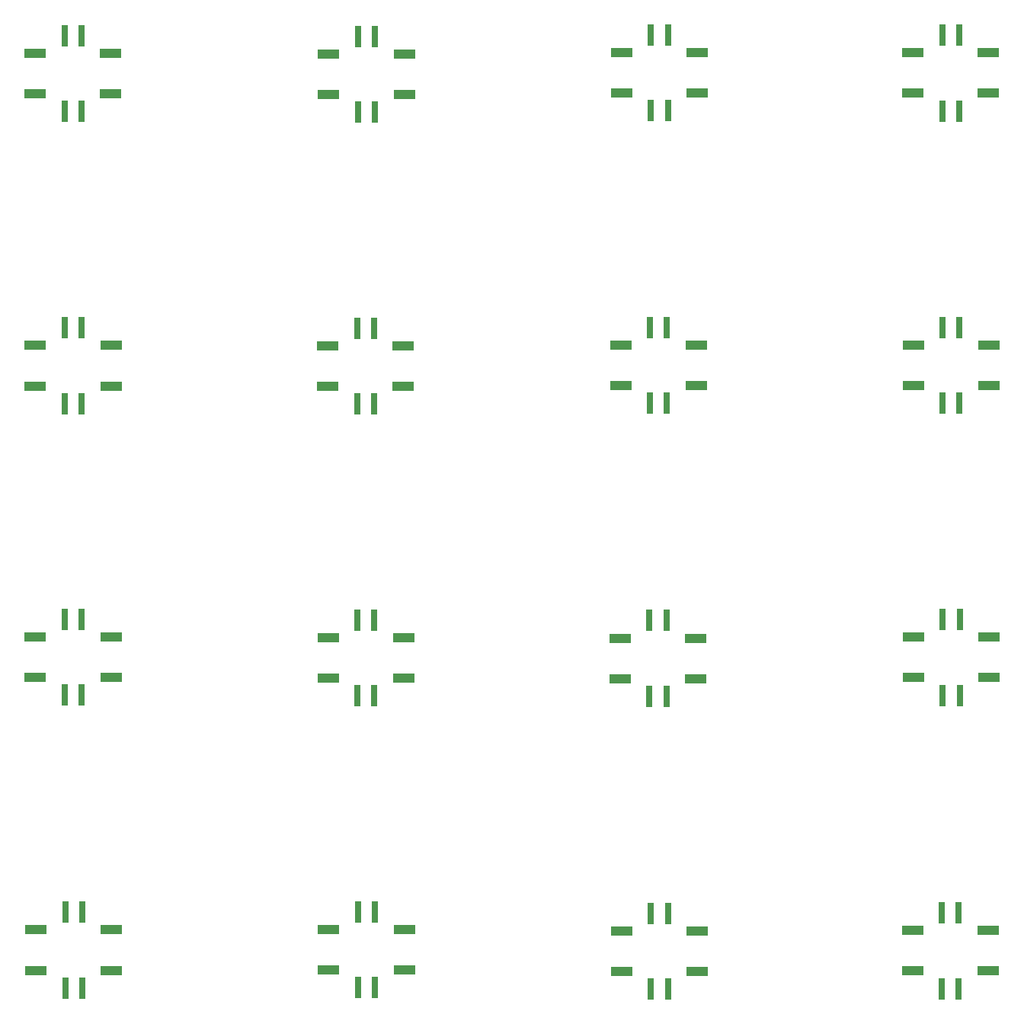
<source format=gtp>
G04 #@! TF.GenerationSoftware,KiCad,Pcbnew,5.1.10*
G04 #@! TF.CreationDate,2021-05-13T00:12:51+02:00*
G04 #@! TF.ProjectId,btn-matrix,62746e2d-6d61-4747-9269-782e6b696361,rev?*
G04 #@! TF.SameCoordinates,Original*
G04 #@! TF.FileFunction,Paste,Top*
G04 #@! TF.FilePolarity,Positive*
%FSLAX46Y46*%
G04 Gerber Fmt 4.6, Leading zero omitted, Abs format (unit mm)*
G04 Created by KiCad (PCBNEW 5.1.10) date 2021-05-13 00:12:51*
%MOMM*%
%LPD*%
G01*
G04 APERTURE LIST*
%ADD10R,2.400000X1.000000*%
%ADD11R,0.800000X2.400000*%
G04 APERTURE END LIST*
D10*
X47841980Y-38031960D03*
X39441980Y-38031960D03*
X47841980Y-42531960D03*
X39441980Y-42531960D03*
D11*
X44591980Y-36081960D03*
X44591980Y-44481960D03*
X42691980Y-36081960D03*
X42691980Y-44481960D03*
X42774780Y-141900780D03*
X42774780Y-133500780D03*
X44674780Y-141900780D03*
X44674780Y-133500780D03*
D10*
X39524780Y-139950780D03*
X47924780Y-139950780D03*
X39524780Y-135450780D03*
X47924780Y-135450780D03*
D11*
X42705220Y-109318620D03*
X42705220Y-100918620D03*
X44605220Y-109318620D03*
X44605220Y-100918620D03*
D10*
X39455220Y-107368620D03*
X47855220Y-107368620D03*
X39455220Y-102868620D03*
X47855220Y-102868620D03*
D11*
X42701980Y-76961960D03*
X42701980Y-68561960D03*
X44601980Y-76961960D03*
X44601980Y-68561960D03*
D10*
X39451980Y-75011960D03*
X47851980Y-75011960D03*
X39451980Y-70511960D03*
X47851980Y-70511960D03*
X80464780Y-135410780D03*
X72064780Y-135410780D03*
X80464780Y-139910780D03*
X72064780Y-139910780D03*
D11*
X77214780Y-133460780D03*
X77214780Y-141860780D03*
X75314780Y-133460780D03*
X75314780Y-141860780D03*
X75235220Y-109428620D03*
X75235220Y-101028620D03*
X77135220Y-109428620D03*
X77135220Y-101028620D03*
D10*
X71985220Y-107478620D03*
X80385220Y-107478620D03*
X71985220Y-102978620D03*
X80385220Y-102978620D03*
X80351980Y-70536960D03*
X71951980Y-70536960D03*
X80351980Y-75036960D03*
X71951980Y-75036960D03*
D11*
X77101980Y-68586960D03*
X77101980Y-76986960D03*
X75201980Y-68586960D03*
X75201980Y-76986960D03*
D10*
X80451980Y-38101960D03*
X72051980Y-38101960D03*
X80451980Y-42601960D03*
X72051980Y-42601960D03*
D11*
X77201980Y-36151960D03*
X77201980Y-44551960D03*
X75301980Y-36151960D03*
X75301980Y-44551960D03*
X107854780Y-142000780D03*
X107854780Y-133600780D03*
X109754780Y-142000780D03*
X109754780Y-133600780D03*
D10*
X104604780Y-140050780D03*
X113004780Y-140050780D03*
X104604780Y-135550780D03*
X113004780Y-135550780D03*
D11*
X107685220Y-109478620D03*
X107685220Y-101078620D03*
X109585220Y-109478620D03*
X109585220Y-101078620D03*
D10*
X104435220Y-107528620D03*
X112835220Y-107528620D03*
X104435220Y-103028620D03*
X112835220Y-103028620D03*
D11*
X107744460Y-76931080D03*
X107744460Y-68531080D03*
X109644460Y-76931080D03*
X109644460Y-68531080D03*
D10*
X104494460Y-74981080D03*
X112894460Y-74981080D03*
X104494460Y-70481080D03*
X112894460Y-70481080D03*
X113012240Y-37962260D03*
X104612240Y-37962260D03*
X113012240Y-42462260D03*
X104612240Y-42462260D03*
D11*
X109762240Y-36012260D03*
X109762240Y-44412260D03*
X107862240Y-36012260D03*
X107862240Y-44412260D03*
X140179780Y-141975780D03*
X140179780Y-133575780D03*
X142079780Y-141975780D03*
X142079780Y-133575780D03*
D10*
X136929780Y-140025780D03*
X145329780Y-140025780D03*
X136929780Y-135525780D03*
X145329780Y-135525780D03*
X145425220Y-102928620D03*
X137025220Y-102928620D03*
X145425220Y-107428620D03*
X137025220Y-107428620D03*
D11*
X142175220Y-100978620D03*
X142175220Y-109378620D03*
X140275220Y-100978620D03*
X140275220Y-109378620D03*
D10*
X145411540Y-70455680D03*
X137011540Y-70455680D03*
X145411540Y-74955680D03*
X137011540Y-74955680D03*
D11*
X142161540Y-68505680D03*
X142161540Y-76905680D03*
X140261540Y-68505680D03*
X140261540Y-76905680D03*
D10*
X145382000Y-37990200D03*
X136982000Y-37990200D03*
X145382000Y-42490200D03*
X136982000Y-42490200D03*
D11*
X142132000Y-36040200D03*
X142132000Y-44440200D03*
X140232000Y-36040200D03*
X140232000Y-44440200D03*
M02*

</source>
